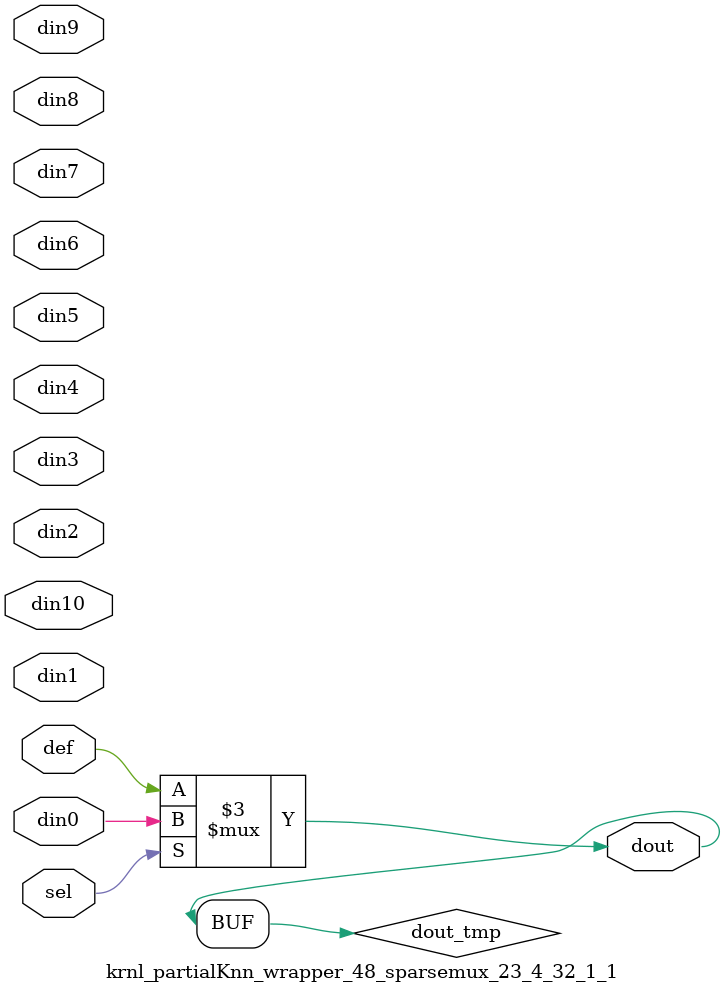
<source format=v>
`timescale 1ns / 1ps

module krnl_partialKnn_wrapper_48_sparsemux_23_4_32_1_1 (din0,din1,din2,din3,din4,din5,din6,din7,din8,din9,din10,def,sel,dout);

parameter din0_WIDTH = 1;

parameter din1_WIDTH = 1;

parameter din2_WIDTH = 1;

parameter din3_WIDTH = 1;

parameter din4_WIDTH = 1;

parameter din5_WIDTH = 1;

parameter din6_WIDTH = 1;

parameter din7_WIDTH = 1;

parameter din8_WIDTH = 1;

parameter din9_WIDTH = 1;

parameter din10_WIDTH = 1;

parameter def_WIDTH = 1;
parameter sel_WIDTH = 1;
parameter dout_WIDTH = 1;

parameter [sel_WIDTH-1:0] CASE0 = 1;

parameter [sel_WIDTH-1:0] CASE1 = 1;

parameter [sel_WIDTH-1:0] CASE2 = 1;

parameter [sel_WIDTH-1:0] CASE3 = 1;

parameter [sel_WIDTH-1:0] CASE4 = 1;

parameter [sel_WIDTH-1:0] CASE5 = 1;

parameter [sel_WIDTH-1:0] CASE6 = 1;

parameter [sel_WIDTH-1:0] CASE7 = 1;

parameter [sel_WIDTH-1:0] CASE8 = 1;

parameter [sel_WIDTH-1:0] CASE9 = 1;

parameter [sel_WIDTH-1:0] CASE10 = 1;

parameter ID = 1;
parameter NUM_STAGE = 1;



input [din0_WIDTH-1:0] din0;

input [din1_WIDTH-1:0] din1;

input [din2_WIDTH-1:0] din2;

input [din3_WIDTH-1:0] din3;

input [din4_WIDTH-1:0] din4;

input [din5_WIDTH-1:0] din5;

input [din6_WIDTH-1:0] din6;

input [din7_WIDTH-1:0] din7;

input [din8_WIDTH-1:0] din8;

input [din9_WIDTH-1:0] din9;

input [din10_WIDTH-1:0] din10;

input [def_WIDTH-1:0] def;
input [sel_WIDTH-1:0] sel;

output [dout_WIDTH-1:0] dout;



reg [dout_WIDTH-1:0] dout_tmp;

always @ (*) begin
case (sel)
    
    CASE0 : dout_tmp = din0;
    
    CASE1 : dout_tmp = din1;
    
    CASE2 : dout_tmp = din2;
    
    CASE3 : dout_tmp = din3;
    
    CASE4 : dout_tmp = din4;
    
    CASE5 : dout_tmp = din5;
    
    CASE6 : dout_tmp = din6;
    
    CASE7 : dout_tmp = din7;
    
    CASE8 : dout_tmp = din8;
    
    CASE9 : dout_tmp = din9;
    
    CASE10 : dout_tmp = din10;
    
    default : dout_tmp = def;
endcase
end


assign dout = dout_tmp;



endmodule

</source>
